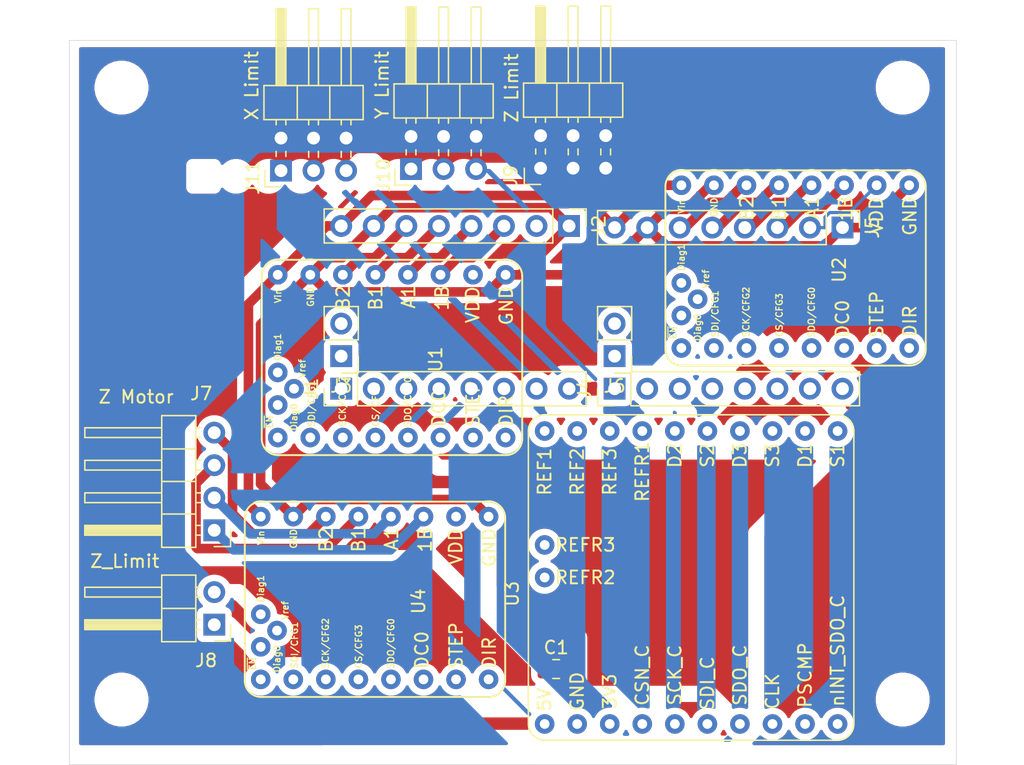
<source format=kicad_pcb>
(kicad_pcb (version 20171130) (host pcbnew "(5.1.9)-1")
  (layers (0 F.Cu signal) (31 B.Cu signal) (34 B.Paste user) (35 F.Paste user) (36 B.SilkS user) (37 F.SilkS user) (38 B.Mask user) (39 F.Mask user) (44 Edge.Cuts user))
  (net 0 "")
  (net 1 /3v3)
  (net 2 /GND)
  (net 3 "Net-(J1-Pad1)")
  (net 4 /MOSI)
  (net 5 /SCK)
  (net 6 "Net-(J1-Pad4)")
  (net 7 /MISO)
  (net 8 /DCO)
  (net 9 /INT_429)
  (net 10 /CS_429)
  (net 11 /VMOT)
  (net 12 "Net-(J2-Pad6)")
  (net 13 "Net-(J2-Pad5)")
  (net 14 "Net-(J2-Pad4)")
  (net 15 "Net-(J2-Pad3)")
  (net 16 /EN)
  (net 17 /CS_Z)
  (net 18 /CLK_429)
  (net 19 /REF1)
  (net 20 /REF2)
  (net 21 /REF3)
  (net 22 "Net-(J5-Pad6)")
  (net 23 "Net-(J5-Pad5)")
  (net 24 "Net-(J5-Pad4)")
  (net 25 "Net-(J5-Pad3)")
  (net 26 "Net-(J6-Pad1)")
  (net 27 "Net-(J6-Pad2)")
  (net 28 /X_Step)
  (net 29 /X_Dir)
  (net 30 /Y_Dir)
  (net 31 /Y_Step)
  (net 32 "Net-(U3-Pad9)")
  (net 33 /Z_Step)
  (net 34 /Z_Dir)
  (net 35 "Net-(J3-Pad1)")
  (net 36 "Net-(J3-Pad2)")
  (net 37 "Net-(J4-Pad5)")
  (net 38 "Net-(J4-Pad6)")
  (net 39 "Net-(J7-Pad1)")
  (net 40 "Net-(J7-Pad2)")
  (net 41 "Net-(J7-Pad3)")
  (net 42 "Net-(J7-Pad4)")
  (net 43 "Net-(J8-Pad1)")
  (net 44 "Net-(J8-Pad2)")
  (net 45 /REFR3)
  (net 46 /REFR2)
  (net 47 /REFR1)
  (module Connector_PinHeader_2.54mm:PinHeader_2x03_P2.54mm_Horizontal (layer F.Cu) (at 118.0973 30.988 90)
    (fp_text reference J10 (at -0.4826 -2.1463 90) (layer F.SilkS))
    (fp_text value "Y Limit" (at 6.5532 -2.2606 90) (layer F.SilkS))
    (pad 6 thru_hole oval (at 2.54 5.08 90) (size 1.7 1.7) (drill 1) (layers *.Cu *.Mask) (net 1 /3v3))
    (pad 5 thru_hole oval (at 0 5.08 90) (size 1.7 1.7) (drill 1) (layers *.Cu *.Mask) (net 1 /3v3))
    (pad 4 thru_hole oval (at 2.54 2.54 90) (size 1.7 1.7) (drill 1) (layers *.Cu *.Mask) (net 46 /REFR2))
    (pad 3 thru_hole oval (at 0 2.54 90) (size 1.7 1.7) (drill 1) (layers *.Cu *.Mask) (net 20 /REF2))
    (pad 2 thru_hole oval (at 2.54 0 90) (size 1.7 1.7) (drill 1) (layers *.Cu *.Mask) (net 2 /GND))
    (pad 1 thru_hole rect (at 0 0 90) (size 1.7 1.7) (drill 1) (layers *.Cu *.Mask) (net 2 /GND))
  )
  (module Connector_PinHeader_2.54mm:PinHeader_2x03_P2.54mm_Horizontal (layer F.Cu) (at 107.95 31.115 90)
    (fp_text reference J11 (at -0.5461 -2.2225 90) (layer F.SilkS))
    (fp_text value "X Limit" (at 6.6294 -2.286 90) (layer F.SilkS))
    (pad 1 thru_hole rect (at 0 0 90) (size 1.7 1.7) (drill 1) (layers *.Cu *.Mask) (net 2 /GND))
    (pad 2 thru_hole oval (at 2.54 0 90) (size 1.7 1.7) (drill 1) (layers *.Cu *.Mask) (net 2 /GND))
    (pad 3 thru_hole oval (at 0 2.54 90) (size 1.7 1.7) (drill 1) (layers *.Cu *.Mask) (net 19 /REF1))
    (pad 4 thru_hole oval (at 2.54 2.54 90) (size 1.7 1.7) (drill 1) (layers *.Cu *.Mask) (net 47 /REFR1))
    (pad 5 thru_hole oval (at 0 5.08 90) (size 1.7 1.7) (drill 1) (layers *.Cu *.Mask) (net 1 /3v3))
    (pad 6 thru_hole oval (at 2.54 5.08 90) (size 1.7 1.7) (drill 1) (layers *.Cu *.Mask) (net 1 /3v3))
  )
  (module Connector_PinHeader_2.54mm:PinHeader_2x03_P2.54mm_Horizontal (layer F.Cu) (at 128.2065 30.9245 90)
    (fp_text reference J9 (at -0.6096 -2.3241 90) (layer F.SilkS))
    (fp_text value "Z Limit" (at 6.2484 -2.2606 90) (layer F.SilkS))
    (pad 1 thru_hole rect (at 0 0 90) (size 1.7 1.7) (drill 1) (layers *.Cu *.Mask) (net 2 /GND))
    (pad 2 thru_hole oval (at 2.54 0 90) (size 1.7 1.7) (drill 1) (layers *.Cu *.Mask) (net 2 /GND))
    (pad 3 thru_hole oval (at 0 2.54 90) (size 1.7 1.7) (drill 1) (layers *.Cu *.Mask) (net 21 /REF3))
    (pad 4 thru_hole oval (at 2.54 2.54 90) (size 1.7 1.7) (drill 1) (layers *.Cu *.Mask) (net 45 /REFR3))
    (pad 5 thru_hole oval (at 0 5.08 90) (size 1.7 1.7) (drill 1) (layers *.Cu *.Mask) (net 1 /3v3))
    (pad 6 thru_hole oval (at 2.54 5.08 90) (size 1.7 1.7) (drill 1) (layers *.Cu *.Mask) (net 1 /3v3))
  )
  (module custom:TMC429-BOB (layer F.Cu) (at 127.254 75.565 90)
    (fp_text reference U3 (at 11.43 -1.27 90) (layer F.SilkS))
    (fp_text value TMC429-BOB)
    (fp_text user 5V (at 3.175 1.27 90) (layer F.SilkS))
    (fp_text user GND (at 3.81 3.81 90) (layer F.SilkS))
    (fp_text user 3V3 (at 3.81 6.35 90) (layer F.SilkS))
    (fp_text user CSN_C (at 5.08 8.89 90) (layer F.SilkS))
    (fp_text user SCK_C (at 5.08 11.43 90) (layer F.SilkS))
    (fp_text user SDI_C (at 4.445 13.97 90) (layer F.SilkS))
    (fp_text user SDO_C (at 5.08 16.51 90) (layer F.SilkS))
    (fp_text user CLK (at 3.81 19.05 90) (layer F.SilkS))
    (fp_text user PSCMP (at 5.08 21.59 90) (layer F.SilkS))
    (fp_text user nINT_SDO_C (at 6.985 24.13 90) (layer F.SilkS))
    (fp_text user S1 (at 22.225 24.13 90) (layer F.SilkS))
    (fp_text user D1 (at 22.225 21.59 90) (layer F.SilkS))
    (fp_text user S3 (at 22.225 19.05 90) (layer F.SilkS))
    (fp_text user D3 (at 22.225 16.51 90) (layer F.SilkS))
    (fp_text user S2 (at 22.225 13.97 90) (layer F.SilkS))
    (fp_text user D2 (at 22.225 11.43 90) (layer F.SilkS))
    (fp_text user REFR1 (at 20.955 8.89 90) (layer F.SilkS))
    (fp_text user REF3 (at 20.955 6.35 90) (layer F.SilkS))
    (fp_text user REF2 (at 20.955 3.81 90) (layer F.SilkS))
    (fp_text user REF1 (at 20.955 1.27 90) (layer F.SilkS))
    (fp_text user REFR2 (at 12.7 4.445) (layer F.SilkS))
    (fp_text user REFR3 (at 15.24 4.445) (layer F.SilkS))
    (pad 1 thru_hole circle (at 1.27 1.27 90) (size 1.524 1.524) (drill 0.762) (layers *.Cu *.Mask) (net 1 /3v3))
    (pad 2 thru_hole circle (at 1.27 3.81 90) (size 1.524 1.524) (drill 0.762) (layers *.Cu *.Mask) (net 2 /GND))
    (pad 3 thru_hole circle (at 1.27 6.35 90) (size 1.524 1.524) (drill 0.762) (layers *.Cu *.Mask) (net 1 /3v3))
    (pad 4 thru_hole circle (at 1.27 8.89 90) (size 1.524 1.524) (drill 0.762) (layers *.Cu *.Mask) (net 10 /CS_429))
    (pad 5 thru_hole circle (at 1.27 11.43 90) (size 1.524 1.524) (drill 0.762) (layers *.Cu *.Mask) (net 5 /SCK))
    (pad 6 thru_hole circle (at 1.27 13.97 90) (size 1.524 1.524) (drill 0.762) (layers *.Cu *.Mask) (net 4 /MOSI))
    (pad 7 thru_hole circle (at 1.27 16.51 90) (size 1.524 1.524) (drill 0.762) (layers *.Cu *.Mask) (net 7 /MISO))
    (pad 8 thru_hole circle (at 1.27 19.05 90) (size 1.524 1.524) (drill 0.762) (layers *.Cu *.Mask) (net 18 /CLK_429))
    (pad 9 thru_hole circle (at 1.27 21.59 90) (size 1.524 1.524) (drill 0.762) (layers *.Cu *.Mask) (net 32 "Net-(U3-Pad9)"))
    (pad 10 thru_hole circle (at 1.27 24.13 90) (size 1.524 1.524) (drill 0.762) (layers *.Cu *.Mask) (net 9 /INT_429))
    (pad 11 thru_hole circle (at 24.13 24.13 90) (size 1.524 1.524) (drill 0.762) (layers *.Cu *.Mask) (net 28 /X_Step))
    (pad 12 thru_hole circle (at 24.13 21.59 90) (size 1.524 1.524) (drill 0.762) (layers *.Cu *.Mask) (net 29 /X_Dir))
    (pad 13 thru_hole circle (at 24.13 19.05 90) (size 1.524 1.524) (drill 0.762) (layers *.Cu *.Mask) (net 33 /Z_Step))
    (pad 14 thru_hole circle (at 24.13 16.51 90) (size 1.524 1.524) (drill 0.762) (layers *.Cu *.Mask) (net 34 /Z_Dir))
    (pad 15 thru_hole circle (at 24.13 13.97 90) (size 1.524 1.524) (drill 0.762) (layers *.Cu *.Mask) (net 31 /Y_Step))
    (pad 16 thru_hole circle (at 24.13 11.43 90) (size 1.524 1.524) (drill 0.762) (layers *.Cu *.Mask) (net 30 /Y_Dir))
    (pad 17 thru_hole circle (at 24.13 8.89 90) (size 1.524 1.524) (drill 0.762) (layers *.Cu *.Mask) (net 47 /REFR1))
    (pad 18 thru_hole circle (at 24.13 6.35 90) (size 1.524 1.524) (drill 0.762) (layers *.Cu *.Mask) (net 21 /REF3))
    (pad 19 thru_hole circle (at 24.13 3.81 90) (size 1.524 1.524) (drill 0.762) (layers *.Cu *.Mask) (net 20 /REF2))
    (pad 20 thru_hole circle (at 24.13 1.27 90) (size 1.524 1.524) (drill 0.762) (layers *.Cu *.Mask) (net 19 /REF1))
    (pad 21 thru_hole circle (at 12.7 1.27 90) (size 1.524 1.524) (drill 0.762) (layers *.Cu *.Mask) (net 46 /REFR2))
    (pad 22 thru_hole circle (at 15.24 1.27 90) (size 1.524 1.524) (drill 0.762) (layers *.Cu *.Mask) (net 45 /REFR3))
  )
  (module Connector_PinHeader_2.54mm:PinHeader_1x02_P2.54mm_Horizontal (layer F.Cu) (at 102.743 66.548 180)
    (fp_text reference J8 (at 0.635 -2.794) (layer F.SilkS))
    (fp_text value Z_Limit (at 6.985 4.953) (layer F.SilkS))
    (pad 1 thru_hole rect (at 0 0 180) (size 1.7 1.7) (drill 1) (layers *.Cu *.Mask) (net 43 "Net-(J8-Pad1)"))
    (pad 2 thru_hole oval (at 0 2.54 180) (size 1.7 1.7) (drill 1) (layers *.Cu *.Mask) (net 44 "Net-(J8-Pad2)"))
  )
  (module Connector_PinHeader_2.54mm:PinHeader_1x02_P2.54mm_Vertical (layer F.Cu) (at 133.985 45.593 180)
    (fp_text reference J6 (at 0 -2.33) (layer F.SilkS))
    (fp_text value "Y Stepper C")
    (pad 2 thru_hole oval (at 0 2.54 180) (size 1.7 1.7) (drill 1) (layers *.Cu *.Mask) (net 27 "Net-(J6-Pad2)"))
    (pad 1 thru_hole rect (at 0 0 180) (size 1.7 1.7) (drill 1) (layers *.Cu *.Mask) (net 26 "Net-(J6-Pad1)"))
  )
  (module Connector_PinHeader_2.54mm:PinHeader_1x02_P2.54mm_Vertical (layer F.Cu) (at 112.649 45.593 180)
    (fp_text reference J3 (at 0 -2.33) (layer F.SilkS))
    (fp_text value "X Stepper C")
    (pad 1 thru_hole rect (at 0 0 180) (size 1.7 1.7) (drill 1) (layers *.Cu *.Mask) (net 35 "Net-(J3-Pad1)"))
    (pad 2 thru_hole oval (at 0 2.54 180) (size 1.7 1.7) (drill 1) (layers *.Cu *.Mask) (net 36 "Net-(J3-Pad2)"))
  )
  (module MountingHole:MountingHole_3.2mm_M3 (layer F.Cu) (at 95.504 24.638)
    (fp_text reference H1 hide)
    (fp_text value MountingHole_3.2mm_M3)
    (pad 1 np_thru_hole circle (at 0 0) (size 3.2 3.2) (drill 3.2) (layers *.Cu *.Mask))
  )
  (module MountingHole:MountingHole_3.2mm_M3 (layer F.Cu) (at 95.504 72.39)
    (fp_text reference H4 hide)
    (fp_text value MountingHole_3.2mm_M3)
    (pad 1 np_thru_hole circle (at 0 0) (size 3.2 3.2) (drill 3.2) (layers *.Cu *.Mask))
  )
  (module MountingHole:MountingHole_3.2mm_M3 (layer F.Cu) (at 156.464 72.39)
    (fp_text reference H3 hide)
    (fp_text value MountingHole_3.2mm_M3)
    (pad 1 np_thru_hole circle (at 0 0) (size 3.2 3.2) (drill 3.2) (layers *.Cu *.Mask))
  )
  (module MountingHole:MountingHole_3.2mm_M3 (layer F.Cu) (at 156.464 24.638)
    (fp_text reference H2 hide)
    (fp_text value MountingHole_3.2mm_M3)
    (pad 1 np_thru_hole circle (at 0 0) (size 3.2 3.2) (drill 3.2) (layers *.Cu *.Mask))
  )
  (module Capacitor_SMD:C_0805_2012Metric (layer F.Cu) (at 129.423 70.01)
    (fp_text reference C1 (at 0 -1.68) (layer F.SilkS))
    (fp_text value 100n)
    (pad 1 smd roundrect (at -0.95 0) (size 1 1.45) (layers F.Cu F.Paste F.Mask) (net 1 /3v3))
    (pad 2 smd roundrect (at 0.95 0) (size 1 1.45) (layers F.Cu F.Paste F.Mask) (net 2 /GND))
  )
  (module Connector_PinHeader_2.54mm:PinHeader_1x08_P2.54mm_Vertical (layer F.Cu) (at 112.649 48.133 90)
    (fp_text reference J1 (at 0 -2.33 90) (layer F.SilkS))
    (fp_text value "X Stepper A")
    (pad 1 thru_hole rect (at 0 0 90) (size 1.7 1.7) (drill 1) (layers *.Cu *.Mask) (net 3 "Net-(J1-Pad1)"))
    (pad 2 thru_hole oval (at 0 2.54 90) (size 1.7 1.7) (drill 1) (layers *.Cu *.Mask) (net 4 /MOSI))
    (pad 3 thru_hole oval (at 0 5.08 90) (size 1.7 1.7) (drill 1) (layers *.Cu *.Mask) (net 5 /SCK))
    (pad 4 thru_hole oval (at 0 7.62 90) (size 1.7 1.7) (drill 1) (layers *.Cu *.Mask) (net 6 "Net-(J1-Pad4)"))
    (pad 5 thru_hole oval (at 0 10.16 90) (size 1.7 1.7) (drill 1) (layers *.Cu *.Mask) (net 7 /MISO))
    (pad 6 thru_hole oval (at 0 12.7 90) (size 1.7 1.7) (drill 1) (layers *.Cu *.Mask) (net 8 /DCO))
    (pad 7 thru_hole oval (at 0 15.24 90) (size 1.7 1.7) (drill 1) (layers *.Cu *.Mask) (net 9 /INT_429))
    (pad 8 thru_hole oval (at 0 17.78 90) (size 1.7 1.7) (drill 1) (layers *.Cu *.Mask) (net 10 /CS_429))
  )
  (module Connector_PinHeader_2.54mm:PinHeader_1x08_P2.54mm_Vertical (layer F.Cu) (at 130.429 35.433 270)
    (fp_text reference J2 (at 0 -2.33 90) (layer F.SilkS))
    (fp_text value "X Stepper B")
    (pad 8 thru_hole oval (at 0 17.78 270) (size 1.7 1.7) (drill 1) (layers *.Cu *.Mask) (net 11 /VMOT))
    (pad 7 thru_hole oval (at 0 15.24 270) (size 1.7 1.7) (drill 1) (layers *.Cu *.Mask) (net 2 /GND))
    (pad 6 thru_hole oval (at 0 12.7 270) (size 1.7 1.7) (drill 1) (layers *.Cu *.Mask) (net 12 "Net-(J2-Pad6)"))
    (pad 5 thru_hole oval (at 0 10.16 270) (size 1.7 1.7) (drill 1) (layers *.Cu *.Mask) (net 13 "Net-(J2-Pad5)"))
    (pad 4 thru_hole oval (at 0 7.62 270) (size 1.7 1.7) (drill 1) (layers *.Cu *.Mask) (net 14 "Net-(J2-Pad4)"))
    (pad 3 thru_hole oval (at 0 5.08 270) (size 1.7 1.7) (drill 1) (layers *.Cu *.Mask) (net 15 "Net-(J2-Pad3)"))
    (pad 2 thru_hole oval (at 0 2.54 270) (size 1.7 1.7) (drill 1) (layers *.Cu *.Mask) (net 1 /3v3))
    (pad 1 thru_hole rect (at 0 0 270) (size 1.7 1.7) (drill 1) (layers *.Cu *.Mask) (net 2 /GND))
  )
  (module Connector_PinHeader_2.54mm:PinHeader_1x08_P2.54mm_Vertical (layer F.Cu) (at 133.985 48.133 90)
    (fp_text reference J4 (at 0 -2.33 90) (layer F.SilkS))
    (fp_text value "Y Stepper A")
    (pad 1 thru_hole rect (at 0 0 90) (size 1.7 1.7) (drill 1) (layers *.Cu *.Mask) (net 16 /EN))
    (pad 2 thru_hole oval (at 0 2.54 90) (size 1.7 1.7) (drill 1) (layers *.Cu *.Mask) (net 4 /MOSI))
    (pad 3 thru_hole oval (at 0 5.08 90) (size 1.7 1.7) (drill 1) (layers *.Cu *.Mask) (net 5 /SCK))
    (pad 4 thru_hole oval (at 0 7.62 90) (size 1.7 1.7) (drill 1) (layers *.Cu *.Mask) (net 7 /MISO))
    (pad 5 thru_hole oval (at 0 10.16 90) (size 1.7 1.7) (drill 1) (layers *.Cu *.Mask) (net 37 "Net-(J4-Pad5)"))
    (pad 6 thru_hole oval (at 0 12.7 90) (size 1.7 1.7) (drill 1) (layers *.Cu *.Mask) (net 38 "Net-(J4-Pad6)"))
    (pad 7 thru_hole oval (at 0 15.24 90) (size 1.7 1.7) (drill 1) (layers *.Cu *.Mask) (net 17 /CS_Z))
    (pad 8 thru_hole oval (at 0 17.78 90) (size 1.7 1.7) (drill 1) (layers *.Cu *.Mask) (net 18 /CLK_429))
  )
  (module Connector_PinHeader_2.54mm:PinHeader_1x08_P2.54mm_Vertical (layer F.Cu) (at 151.765 35.56 270)
    (fp_text reference J5 (at 0 -2.33 90) (layer F.SilkS))
    (fp_text value "Y Stepper B")
    (pad 8 thru_hole oval (at 0 17.78 270) (size 1.7 1.7) (drill 1) (layers *.Cu *.Mask) (net 11 /VMOT))
    (pad 7 thru_hole oval (at 0 15.24 270) (size 1.7 1.7) (drill 1) (layers *.Cu *.Mask) (net 2 /GND))
    (pad 6 thru_hole oval (at 0 12.7 270) (size 1.7 1.7) (drill 1) (layers *.Cu *.Mask) (net 22 "Net-(J5-Pad6)"))
    (pad 5 thru_hole oval (at 0 10.16 270) (size 1.7 1.7) (drill 1) (layers *.Cu *.Mask) (net 23 "Net-(J5-Pad5)"))
    (pad 4 thru_hole oval (at 0 7.62 270) (size 1.7 1.7) (drill 1) (layers *.Cu *.Mask) (net 24 "Net-(J5-Pad4)"))
    (pad 3 thru_hole oval (at 0 5.08 270) (size 1.7 1.7) (drill 1) (layers *.Cu *.Mask) (net 25 "Net-(J5-Pad3)"))
    (pad 2 thru_hole oval (at 0 2.54 270) (size 1.7 1.7) (drill 1) (layers *.Cu *.Mask) (net 1 /3v3))
    (pad 1 thru_hole rect (at 0 0 270) (size 1.7 1.7) (drill 1) (layers *.Cu *.Mask) (net 2 /GND))
  )
  (module Connector_PinHeader_2.54mm:PinHeader_1x04_P2.54mm_Horizontal (layer F.Cu) (at 102.743 59.182 180)
    (fp_text reference J7 (at 1.016 10.668) (layer F.SilkS))
    (fp_text value "Z Motor" (at 6.096 10.414) (layer F.SilkS))
    (pad 1 thru_hole rect (at 0 0 180) (size 1.7 1.7) (drill 1) (layers *.Cu *.Mask) (net 39 "Net-(J7-Pad1)"))
    (pad 2 thru_hole oval (at 0 2.54 180) (size 1.7 1.7) (drill 1) (layers *.Cu *.Mask) (net 40 "Net-(J7-Pad2)"))
    (pad 3 thru_hole oval (at 0 5.08 180) (size 1.7 1.7) (drill 1) (layers *.Cu *.Mask) (net 41 "Net-(J7-Pad3)"))
    (pad 4 thru_hole oval (at 0 7.62 180) (size 1.7 1.7) (drill 1) (layers *.Cu *.Mask) (net 42 "Net-(J7-Pad4)"))
  )
  (module custom:StepstickTMCv2 (layer F.Cu) (at 107.696 51.943 90)
    (fp_text reference U1 (at 6.096 12.319 270) (layer F.SilkS))
    (fp_text value TMC2130)
    (fp_text user DIR (at 2.0828 17.8308 270) (layer F.SilkS))
    (fp_text user STEP (at 2.6416 15.24 270) (layer F.SilkS))
    (fp_text user DC0 (at 2.286 12.573 270) (layer F.SilkS))
    (fp_text user SDO/CFG0 (at 2.794 10.16 270) (layer F.SilkS) (effects (font (size 0.5 0.5) (thickness 0.1))))
    (fp_text user CS/CFG3 (at 2.5654 7.6454 270) (layer F.SilkS) (effects (font (size 0.5 0.5) (thickness 0.1))))
    (fp_text user SCK/CFG2 (at 2.8194 5.0546 90) (layer F.SilkS) (effects (font (size 0.5 0.5) (thickness 0.1))))
    (fp_text user SDI/CFG1 (at 2.667 2.6416 270) (layer F.SilkS) (effects (font (size 0.5 0.5) (thickness 0.1))))
    (fp_text user ~EN (at 1.2192 -0.635 270) (layer F.SilkS) (effects (font (size 0.5 0.5) (thickness 0.1))))
    (fp_text user Vin (at 11.049 0.0254 270) (layer F.SilkS) (effects (font (size 0.5 0.5) (thickness 0.1))))
    (fp_text user GND (at 10.9728 2.5654 270) (layer F.SilkS) (effects (font (size 0.5 0.5) (thickness 0.1))))
    (fp_text user B2 (at 10.8966 5.1054 270) (layer F.SilkS))
    (fp_text user B1 (at 10.8966 7.6454 270) (layer F.SilkS))
    (fp_text user A1 (at 10.9728 10.2108 270) (layer F.SilkS))
    (fp_text user 1B (at 10.8966 12.827 270) (layer F.SilkS))
    (fp_text user VDD (at 10.3632 15.2146 270) (layer F.SilkS))
    (fp_text user GND (at 10.287 17.8308 270) (layer F.SilkS))
    (fp_text user Diag0 (at 1.6002 1.27 270) (layer F.SilkS) (effects (font (size 0.5 0.5) (thickness 0.1))))
    (fp_text user Diag1 (at 7.0612 0 270) (layer F.SilkS) (effects (font (size 0.5 0.5) (thickness 0.1))))
    (fp_text user Vref (at 5.3848 1.905 270) (layer F.SilkS) (effects (font (size 0.5 0.5) (thickness 0.1))))
    (pad 9 thru_hole circle (at 12.7 17.78 270) (size 1.524 1.524) (drill 0.762) (layers *.Cu *.Mask) (net 2 /GND))
    (pad 10 thru_hole circle (at 12.7 15.24 270) (size 1.524 1.524) (drill 0.762) (layers *.Cu *.Mask) (net 1 /3v3))
    (pad 11 thru_hole circle (at 12.7 12.7 270) (size 1.524 1.524) (drill 0.762) (layers *.Cu *.Mask) (net 15 "Net-(J2-Pad3)"))
    (pad 12 thru_hole circle (at 12.7 10.16 270) (size 1.524 1.524) (drill 0.762) (layers *.Cu *.Mask) (net 14 "Net-(J2-Pad4)"))
    (pad 13 thru_hole circle (at 12.7 7.62 270) (size 1.524 1.524) (drill 0.762) (layers *.Cu *.Mask) (net 13 "Net-(J2-Pad5)"))
    (pad 14 thru_hole circle (at 12.7 5.08 270) (size 1.524 1.524) (drill 0.762) (layers *.Cu *.Mask) (net 12 "Net-(J2-Pad6)"))
    (pad 15 thru_hole circle (at 12.7 2.54 270) (size 1.524 1.524) (drill 0.762) (layers *.Cu *.Mask) (net 2 /GND))
    (pad 16 thru_hole circle (at 12.7 0 270) (size 1.524 1.524) (drill 0.762) (layers *.Cu *.Mask) (net 11 /VMOT))
    (pad 1 thru_hole circle (at 0 0 270) (size 1.524 1.524) (drill 0.762) (layers *.Cu *.Mask) (net 3 "Net-(J1-Pad1)"))
    (pad 2 thru_hole circle (at 0 2.54 270) (size 1.524 1.524) (drill 0.762) (layers *.Cu *.Mask) (net 4 /MOSI))
    (pad 3 thru_hole circle (at 0 5.08 270) (size 1.524 1.524) (drill 0.762) (layers *.Cu *.Mask) (net 5 /SCK))
    (pad 4 thru_hole circle (at 0 7.62 270) (size 1.524 1.524) (drill 0.762) (layers *.Cu *.Mask) (net 6 "Net-(J1-Pad4)"))
    (pad 5 thru_hole circle (at 0 10.16 270) (size 1.524 1.524) (drill 0.762) (layers *.Cu *.Mask) (net 7 /MISO))
    (pad 6 thru_hole circle (at 0 12.7 270) (size 1.524 1.524) (drill 0.762) (layers *.Cu *.Mask) (net 8 /DCO))
    (pad 7 thru_hole circle (at 0 15.24 270) (size 1.524 1.524) (drill 0.762) (layers *.Cu *.Mask) (net 28 /X_Step))
    (pad 8 thru_hole circle (at 0 17.78 270) (size 1.524 1.524) (drill 0.762) (layers *.Cu *.Mask) (net 29 /X_Dir))
    (pad 17 thru_hole circle (at 2.54 0 270) (size 1.524 1.524) (drill 0.762) (layers *.Cu *.Mask) (net 35 "Net-(J3-Pad1)"))
    (pad 18 thru_hole circle (at 5.08 0 270) (size 1.524 1.524) (drill 0.762) (layers *.Cu *.Mask) (net 36 "Net-(J3-Pad2)"))
    (pad 19 thru_hole circle (at 3.81 1.27 270) (size 1.524 1.524) (drill 0.762) (layers *.Cu *.Mask))
  )
  (module custom:StepstickTMCv2 (layer F.Cu) (at 139.192 44.958 90)
    (fp_text reference U2 (at 6.096 12.319 270) (layer F.SilkS))
    (fp_text value TMC2130)
    (fp_text user Vref (at 5.3848 1.905 270) (layer F.SilkS) (effects (font (size 0.5 0.5) (thickness 0.1))))
    (fp_text user Diag1 (at 7.0612 0 270) (layer F.SilkS) (effects (font (size 0.5 0.5) (thickness 0.1))))
    (fp_text user Diag0 (at 1.6002 1.27 270) (layer F.SilkS) (effects (font (size 0.5 0.5) (thickness 0.1))))
    (fp_text user GND (at 10.287 17.8308 270) (layer F.SilkS))
    (fp_text user VDD (at 10.3632 15.2146 270) (layer F.SilkS))
    (fp_text user 1B (at 10.8966 12.827 270) (layer F.SilkS))
    (fp_text user A1 (at 10.9728 10.2108 270) (layer F.SilkS))
    (fp_text user B1 (at 10.8966 7.6454 270) (layer F.SilkS))
    (fp_text user B2 (at 10.8966 5.1054 270) (layer F.SilkS))
    (fp_text user GND (at 10.9728 2.5654 270) (layer F.SilkS) (effects (font (size 0.5 0.5) (thickness 0.1))))
    (fp_text user Vin (at 11.049 0.0254 270) (layer F.SilkS) (effects (font (size 0.5 0.5) (thickness 0.1))))
    (fp_text user ~EN (at 1.2192 -0.635 270) (layer F.SilkS) (effects (font (size 0.5 0.5) (thickness 0.1))))
    (fp_text user SDI/CFG1 (at 2.667 2.6416 270) (layer F.SilkS) (effects (font (size 0.5 0.5) (thickness 0.1))))
    (fp_text user SCK/CFG2 (at 2.8194 5.0546 90) (layer F.SilkS) (effects (font (size 0.5 0.5) (thickness 0.1))))
    (fp_text user CS/CFG3 (at 2.5654 7.6454 270) (layer F.SilkS) (effects (font (size 0.5 0.5) (thickness 0.1))))
    (fp_text user SDO/CFG0 (at 2.794 10.16 270) (layer F.SilkS) (effects (font (size 0.5 0.5) (thickness 0.1))))
    (fp_text user DC0 (at 2.286 12.573 270) (layer F.SilkS))
    (fp_text user STEP (at 2.6416 15.24 270) (layer F.SilkS))
    (fp_text user DIR (at 2.0828 17.8308 270) (layer F.SilkS))
    (pad 19 thru_hole circle (at 3.81 1.27 270) (size 1.524 1.524) (drill 0.762) (layers *.Cu *.Mask))
    (pad 18 thru_hole circle (at 5.08 0 270) (size 1.524 1.524) (drill 0.762) (layers *.Cu *.Mask) (net 27 "Net-(J6-Pad2)"))
    (pad 17 thru_hole circle (at 2.54 0 270) (size 1.524 1.524) (drill 0.762) (layers *.Cu *.Mask) (net 26 "Net-(J6-Pad1)"))
    (pad 8 thru_hole circle (at 0 17.78 270) (size 1.524 1.524) (drill 0.762) (layers *.Cu *.Mask) (net 30 /Y_Dir))
    (pad 7 thru_hole circle (at 0 15.24 270) (size 1.524 1.524) (drill 0.762) (layers *.Cu *.Mask) (net 31 /Y_Step))
    (pad 6 thru_hole circle (at 0 12.7 270) (size 1.524 1.524) (drill 0.762) (layers *.Cu *.Mask) (net 38 "Net-(J4-Pad6)"))
    (pad 5 thru_hole circle (at 0 10.16 270) (size 1.524 1.524) (drill 0.762) (layers *.Cu *.Mask) (net 37 "Net-(J4-Pad5)"))
    (pad 4 thru_hole circle (at 0 7.62 270) (size 1.524 1.524) (drill 0.762) (layers *.Cu *.Mask) (net 7 /MISO))
    (pad 3 thru_hole circle (at 0 5.08 270) (size 1.524 1.524) (drill 0.762) (layers *.Cu *.Mask) (net 5 /SCK))
    (pad 2 thru_hole circle (at 0 2.54 270) (size 1.524 1.524) (drill 0.762) (layers *.Cu *.Mask) (net 4 /MOSI))
    (pad 1 thru_hole circle (at 0 0 270) (size 1.524 1.524) (drill 0.762) (layers *.Cu *.Mask) (net 16 /EN))
    (pad 16 thru_hole circle (at 12.7 0 270) (size 1.524 1.524) (drill 0.762) (layers *.Cu *.Mask) (net 11 /VMOT))
    (pad 15 thru_hole circle (at 12.7 2.54 270) (size 1.524 1.524) (drill 0.762) (layers *.Cu *.Mask) (net 2 /GND))
    (pad 14 thru_hole circle (at 12.7 5.08 270) (size 1.524 1.524) (drill 0.762) (layers *.Cu *.Mask) (net 22 "Net-(J5-Pad6)"))
    (pad 13 thru_hole circle (at 12.7 7.62 270) (size 1.524 1.524) (drill 0.762) (layers *.Cu *.Mask) (net 23 "Net-(J5-Pad5)"))
    (pad 12 thru_hole circle (at 12.7 10.16 270) (size 1.524 1.524) (drill 0.762) (layers *.Cu *.Mask) (net 24 "Net-(J5-Pad4)"))
    (pad 11 thru_hole circle (at 12.7 12.7 270) (size 1.524 1.524) (drill 0.762) (layers *.Cu *.Mask) (net 25 "Net-(J5-Pad3)"))
    (pad 10 thru_hole circle (at 12.7 15.24 270) (size 1.524 1.524) (drill 0.762) (layers *.Cu *.Mask) (net 1 /3v3))
    (pad 9 thru_hole circle (at 12.7 17.78 270) (size 1.524 1.524) (drill 0.762) (layers *.Cu *.Mask) (net 2 /GND))
  )
  (module custom:StepstickTMCv2 (layer F.Cu) (at 106.37 70.8152 90)
    (fp_text reference U4 (at 6.096 12.319 270) (layer F.SilkS))
    (fp_text value TMC2130)
    (fp_text user DIR (at 2.0828 17.8308 270) (layer F.SilkS))
    (fp_text user STEP (at 2.6416 15.24 270) (layer F.SilkS))
    (fp_text user DC0 (at 2.286 12.573 270) (layer F.SilkS))
    (fp_text user SDO/CFG0 (at 2.794 10.16 270) (layer F.SilkS) (effects (font (size 0.5 0.5) (thickness 0.1))))
    (fp_text user CS/CFG3 (at 2.5654 7.6454 270) (layer F.SilkS) (effects (font (size 0.5 0.5) (thickness 0.1))))
    (fp_text user SCK/CFG2 (at 2.8194 5.0546 90) (layer F.SilkS) (effects (font (size 0.5 0.5) (thickness 0.1))))
    (fp_text user SDI/CFG1 (at 2.667 2.6416 270) (layer F.SilkS) (effects (font (size 0.5 0.5) (thickness 0.1))))
    (fp_text user ~EN (at 1.2192 -0.635 270) (layer F.SilkS) (effects (font (size 0.5 0.5) (thickness 0.1))))
    (fp_text user Vin (at 11.049 0.0254 270) (layer F.SilkS) (effects (font (size 0.5 0.5) (thickness 0.1))))
    (fp_text user GND (at 10.9728 2.5654 270) (layer F.SilkS) (effects (font (size 0.5 0.5) (thickness 0.1))))
    (fp_text user B2 (at 10.8966 5.1054 270) (layer F.SilkS))
    (fp_text user B1 (at 10.8966 7.6454 270) (layer F.SilkS))
    (fp_text user A1 (at 10.9728 10.2108 270) (layer F.SilkS))
    (fp_text user 1B (at 10.8966 12.827 270) (layer F.SilkS))
    (fp_text user VDD (at 10.3632 15.2146 270) (layer F.SilkS))
    (fp_text user GND (at 10.287 17.8308 270) (layer F.SilkS))
    (fp_text user Diag0 (at 1.6002 1.27 270) (layer F.SilkS) (effects (font (size 0.5 0.5) (thickness 0.1))))
    (fp_text user Diag1 (at 7.0612 0 270) (layer F.SilkS) (effects (font (size 0.5 0.5) (thickness 0.1))))
    (fp_text user Vref (at 5.3848 1.905 270) (layer F.SilkS) (effects (font (size 0.5 0.5) (thickness 0.1))))
    (pad 9 thru_hole circle (at 12.7 17.78 270) (size 1.524 1.524) (drill 0.762) (layers *.Cu *.Mask) (net 2 /GND))
    (pad 10 thru_hole circle (at 12.7 15.24 270) (size 1.524 1.524) (drill 0.762) (layers *.Cu *.Mask) (net 1 /3v3))
    (pad 11 thru_hole circle (at 12.7 12.7 270) (size 1.524 1.524) (drill 0.762) (layers *.Cu *.Mask) (net 39 "Net-(J7-Pad1)"))
    (pad 12 thru_hole circle (at 12.7 10.16 270) (size 1.524 1.524) (drill 0.762) (layers *.Cu *.Mask) (net 40 "Net-(J7-Pad2)"))
    (pad 13 thru_hole circle (at 12.7 7.62 270) (size 1.524 1.524) (drill 0.762) (layers *.Cu *.Mask) (net 41 "Net-(J7-Pad3)"))
    (pad 14 thru_hole circle (at 12.7 5.08 270) (size 1.524 1.524) (drill 0.762) (layers *.Cu *.Mask) (net 42 "Net-(J7-Pad4)"))
    (pad 15 thru_hole circle (at 12.7 2.54 270) (size 1.524 1.524) (drill 0.762) (layers *.Cu *.Mask) (net 2 /GND))
    (pad 16 thru_hole circle (at 12.7 0 270) (size 1.524 1.524) (drill 0.762) (layers *.Cu *.Mask) (net 11 /VMOT))
    (pad 1 thru_hole circle (at 0 0 270) (size 1.524 1.524) (drill 0.762) (layers *.Cu *.Mask) (net 16 /EN))
    (pad 2 thru_hole circle (at 0 2.54 270) (size 1.524 1.524) (drill 0.762) (layers *.Cu *.Mask) (net 4 /MOSI))
    (pad 3 thru_hole circle (at 0 5.08 270) (size 1.524 1.524) (drill 0.762) (layers *.Cu *.Mask) (net 5 /SCK))
    (pad 4 thru_hole circle (at 0 7.62 270) (size 1.524 1.524) (drill 0.762) (layers *.Cu *.Mask) (net 17 /CS_Z))
    (pad 5 thru_hole circle (at 0 10.16 270) (size 1.524 1.524) (drill 0.762) (layers *.Cu *.Mask) (net 7 /MISO))
    (pad 6 thru_hole circle (at 0 12.7 270) (size 1.524 1.524) (drill 0.762) (layers *.Cu *.Mask) (net 8 /DCO))
    (pad 7 thru_hole circle (at 0 15.24 270) (size 1.524 1.524) (drill 0.762) (layers *.Cu *.Mask) (net 33 /Z_Step))
    (pad 8 thru_hole circle (at 0 17.78 270) (size 1.524 1.524) (drill 0.762) (layers *.Cu *.Mask) (net 34 /Z_Dir))
    (pad 17 thru_hole circle (at 2.54 0 270) (size 1.524 1.524) (drill 0.762) (layers *.Cu *.Mask) (net 43 "Net-(J8-Pad1)"))
    (pad 18 thru_hole circle (at 5.08 0 270) (size 1.524 1.524) (drill 0.762) (layers *.Cu *.Mask) (net 44 "Net-(J8-Pad2)"))
    (pad 19 thru_hole circle (at 3.81 1.27 270) (size 1.524 1.524) (drill 0.762) (layers *.Cu *.Mask))
  )
  (gr_line (start 91.44 77.47) (end 127.635 77.47) (layer Edge.Cuts) (width 0.05))
  (gr_line (start 91.44 20.955) (end 91.44 77.47) (layer Edge.Cuts) (width 0.05))
  (gr_line (start 92.075 20.955) (end 91.44 20.955) (layer Edge.Cuts) (width 0.05))
  (gr_line (start 160.655 20.955) (end 92.075 20.955) (layer Edge.Cuts) (width 0.05))
  (gr_line (start 160.655 77.47) (end 160.655 20.955) (layer Edge.Cuts) (width 0.05))
  (gr_line (start 127.635 77.47) (end 160.655 77.47) (layer Edge.Cuts) (width 0.05))
  (segment (start 149.225 35.56) (end 150.4003 35.56) (width 0.25) (layer B.Cu) (net 1))
  (segment (start 154.432 32.258) (end 152.3053 34.3847) (width 0.25) (layer B.Cu) (net 1))
  (segment (start 152.3053 34.3847) (end 150.7675 34.3847) (width 0.25) (layer B.Cu) (net 1))
  (segment (start 150.7675 34.3847) (end 150.4003 34.7519) (width 0.25) (layer B.Cu) (net 1))
  (segment (start 150.4003 34.7519) (end 150.4003 35.56) (width 0.25) (layer B.Cu) (net 1))
  (segment (start 126.619 39.243) (end 132.842 39.243) (width 0.75) (layer F.Cu) (net 2))
  (segment (start 132.842 39.243) (end 136.525 35.56) (width 0.75) (layer F.Cu) (net 2))
  (segment (start 125.476 39.243) (end 126.619 39.243) (width 0.75) (layer F.Cu) (net 2))
  (segment (start 124.15 58.1152) (end 122.813 56.7782) (width 0.75) (layer F.Cu) (net 2))
  (segment (start 122.813 56.7782) (end 110.247 56.7782) (width 0.75) (layer F.Cu) (net 2))
  (segment (start 110.247 56.7782) (end 108.91 58.1152) (width 0.75) (layer F.Cu) (net 2))
  (segment (start 108.91 58.1152) (end 106.359 55.5641) (width 0.75) (layer F.Cu) (net 2))
  (segment (start 106.359 55.5641) (end 106.359 43.12) (width 0.75) (layer F.Cu) (net 2))
  (segment (start 106.359 43.12) (end 110.236 39.243) (width 0.75) (layer F.Cu) (net 2))
  (segment (start 130.429 35.433) (end 129.004 34.008) (width 0.75) (layer F.Cu) (net 2))
  (segment (start 129.004 34.008) (end 116.614 34.008) (width 0.75) (layer F.Cu) (net 2))
  (segment (start 116.614 34.008) (end 115.189 35.433) (width 0.75) (layer F.Cu) (net 2))
  (segment (start 125.476 39.243) (end 124.139 40.58) (width 0.75) (layer F.Cu) (net 2))
  (segment (start 124.139 40.58) (end 111.573 40.58) (width 0.75) (layer F.Cu) (net 2))
  (segment (start 111.573 40.58) (end 110.236 39.243) (width 0.75) (layer F.Cu) (net 2))
  (segment (start 151.765 35.56) (end 150.34 36.985) (width 0.75) (layer F.Cu) (net 2))
  (segment (start 150.34 36.985) (end 137.95 36.985) (width 0.75) (layer F.Cu) (net 2))
  (segment (start 137.95 36.985) (end 136.525 35.56) (width 0.75) (layer F.Cu) (net 2))
  (segment (start 151.765 35.56) (end 153.67 35.56) (width 0.75) (layer F.Cu) (net 2))
  (segment (start 153.67 35.56) (end 156.972 32.258) (width 0.75) (layer F.Cu) (net 2))
  (segment (start 136.525 35.56) (end 137.95 34.135) (width 0.75) (layer F.Cu) (net 2))
  (segment (start 137.95 34.135) (end 139.577 34.135) (width 0.75) (layer F.Cu) (net 2))
  (segment (start 139.577 34.135) (end 141.454 32.258) (width 0.75) (layer F.Cu) (net 2))
  (segment (start 141.454 32.258) (end 141.732 32.258) (width 0.75) (layer F.Cu) (net 2))
  (segment (start 125.476 39.243) (end 126.619 39.243) (width 0.75) (layer F.Cu) (net 2))
  (segment (start 126.619 39.243) (end 130.429 35.433) (width 0.75) (layer F.Cu) (net 2))
  (segment (start 110.236 39.243) (end 111.573 37.906) (width 0.75) (layer F.Cu) (net 2))
  (segment (start 111.573 37.906) (end 112.716 37.906) (width 0.75) (layer F.Cu) (net 2))
  (segment (start 112.716 37.906) (end 115.189 35.433) (width 0.75) (layer F.Cu) (net 2))
  (segment (start 133.985 35.56) (end 131.483 33.058) (width 0.75) (layer F.Cu) (net 11))
  (segment (start 131.483 33.058) (end 115.024 33.058) (width 0.75) (layer F.Cu) (net 11))
  (segment (start 115.024 33.058) (end 112.649 35.433) (width 0.75) (layer F.Cu) (net 11))
  (segment (start 106.37 58.1152) (end 105.409 57.1541) (width 0.75) (layer F.Cu) (net 11))
  (segment (start 105.409 57.1541) (end 105.409 41.53) (width 0.75) (layer F.Cu) (net 11))
  (segment (start 105.409 41.53) (end 107.696 39.243) (width 0.75) (layer F.Cu) (net 11))
  (segment (start 133.985 35.56) (end 137.287 32.258) (width 0.75) (layer F.Cu) (net 11))
  (segment (start 137.287 32.258) (end 139.192 32.258) (width 0.75) (layer F.Cu) (net 11))
  (segment (start 107.696 39.243) (end 111.506 35.433) (width 0.75) (layer F.Cu) (net 11))
  (segment (start 111.506 35.433) (end 112.649 35.433) (width 0.75) (layer F.Cu) (net 11))
  (segment (start 112.776 39.243) (end 114.113 37.906) (width 0.75) (layer F.Cu) (net 12))
  (segment (start 114.113 37.906) (end 115.256 37.906) (width 0.75) (layer F.Cu) (net 12))
  (segment (start 115.256 37.906) (end 117.729 35.433) (width 0.75) (layer F.Cu) (net 12))
  (segment (start 115.316 39.243) (end 116.653 37.906) (width 0.75) (layer F.Cu) (net 13))
  (segment (start 116.653 37.906) (end 117.796 37.906) (width 0.75) (layer F.Cu) (net 13))
  (segment (start 117.796 37.906) (end 120.269 35.433) (width 0.75) (layer F.Cu) (net 13))
  (segment (start 117.856 39.243) (end 119.193 37.906) (width 0.75) (layer F.Cu) (net 14))
  (segment (start 119.193 37.906) (end 120.336 37.906) (width 0.75) (layer F.Cu) (net 14))
  (segment (start 120.336 37.906) (end 122.809 35.433) (width 0.75) (layer F.Cu) (net 14))
  (segment (start 120.396 39.243) (end 121.733 37.906) (width 0.75) (layer F.Cu) (net 15))
  (segment (start 121.733 37.906) (end 122.876 37.906) (width 0.75) (layer F.Cu) (net 15))
  (segment (start 122.876 37.906) (end 125.349 35.433) (width 0.75) (layer F.Cu) (net 15))
  (segment (start 139.065 35.56) (end 139.496 35.56) (width 0.75) (layer F.Cu) (net 22))
  (segment (start 139.496 35.56) (end 141.461 33.595) (width 0.75) (layer F.Cu) (net 22))
  (segment (start 141.461 33.595) (end 142.657 33.595) (width 0.75) (layer F.Cu) (net 22))
  (segment (start 142.657 33.595) (end 143.994 32.258) (width 0.75) (layer F.Cu) (net 22))
  (segment (start 143.994 32.258) (end 144.272 32.258) (width 0.75) (layer F.Cu) (net 22))
  (segment (start 141.605 35.56) (end 142.036 35.56) (width 0.75) (layer F.Cu) (net 23))
  (segment (start 142.036 35.56) (end 144.001 33.595) (width 0.75) (layer F.Cu) (net 23))
  (segment (start 144.001 33.595) (end 145.197 33.595) (width 0.75) (layer F.Cu) (net 23))
  (segment (start 145.197 33.595) (end 146.534 32.258) (width 0.75) (layer F.Cu) (net 23))
  (segment (start 146.534 32.258) (end 146.812 32.258) (width 0.75) (layer F.Cu) (net 23))
  (segment (start 144.145 35.56) (end 144.576 35.56) (width 0.75) (layer F.Cu) (net 24))
  (segment (start 144.576 35.56) (end 146.541 33.595) (width 0.75) (layer F.Cu) (net 24))
  (segment (start 146.541 33.595) (end 147.737 33.595) (width 0.75) (layer F.Cu) (net 24))
  (segment (start 147.737 33.595) (end 149.074 32.258) (width 0.75) (layer F.Cu) (net 24))
  (segment (start 149.074 32.258) (end 149.352 32.258) (width 0.75) (layer F.Cu) (net 24))
  (segment (start 146.685 35.56) (end 147.116 35.56) (width 0.75) (layer F.Cu) (net 25))
  (segment (start 147.116 35.56) (end 148.541 34.135) (width 0.75) (layer F.Cu) (net 25))
  (segment (start 148.541 34.135) (end 150.015 34.135) (width 0.75) (layer F.Cu) (net 25))
  (segment (start 150.015 34.135) (end 151.892 32.258) (width 0.75) (layer F.Cu) (net 25))
  (segment (start 119.07 58.1152) (end 116.479 60.706) (width 0.75) (layer B.Cu) (net 39))
  (segment (start 116.479 60.706) (end 104.267 60.706) (width 0.75) (layer B.Cu) (net 39))
  (segment (start 104.267 60.706) (end 102.743 59.182) (width 0.75) (layer B.Cu) (net 39))
  (segment (start 116.53 58.1152) (end 115.193 59.4522) (width 0.75) (layer B.Cu) (net 40))
  (segment (start 115.193 59.4522) (end 105.553 59.4522) (width 0.75) (layer B.Cu) (net 40))
  (segment (start 105.553 59.4522) (end 102.743 56.642) (width 0.75) (layer B.Cu) (net 40))
  (segment (start 102.743 54.102) (end 101.318 55.527) (width 0.75) (layer F.Cu) (net 41))
  (segment (start 101.318 55.527) (end 101.318 60.492) (width 0.75) (layer F.Cu) (net 41))
  (segment (start 101.318 60.492) (end 101.433 60.607) (width 0.75) (layer F.Cu) (net 41))
  (segment (start 101.433 60.607) (end 111.498 60.607) (width 0.75) (layer F.Cu) (net 41))
  (segment (start 111.498 60.607) (end 113.99 58.1152) (width 0.75) (layer F.Cu) (net 41))
  (segment (start 111.45 58.1152) (end 110.113 59.4522) (width 0.75) (layer F.Cu) (net 42))
  (segment (start 110.113 59.4522) (end 105.728 59.4522) (width 0.75) (layer F.Cu) (net 42))
  (segment (start 105.728 59.4522) (end 104.168 57.8918) (width 0.75) (layer F.Cu) (net 42))
  (segment (start 104.168 57.8918) (end 104.168 52.987) (width 0.75) (layer F.Cu) (net 42))
  (segment (start 104.168 52.987) (end 102.743 51.562) (width 0.75) (layer F.Cu) (net 42))
  (zone (net 0) (net_name "") (layer F.Cu) (connect_pads (clearance 0.508)) (min_thickness 0.254) (fill yes (arc_segments 32) (thermal_gap 0.508) (thermal_bridge_width 0.508))
    (polygon (pts (xy 159.766 75.946) (xy 92.202 75.946) (xy 92.202 21.336) (xy 159.766 21.336)))
  )
  (zone (net 0) (net_name "") (layer B.Cu) (connect_pads (clearance 0.508)) (min_thickness 0.254) (fill yes (arc_segments 32) (thermal_gap 0.508) (thermal_bridge_width 0.508))
    (polygon (pts (xy 159.766 75.946) (xy 92.202 75.946) (xy 92.202 21.336) (xy 159.766 21.336)))
  )
)
</source>
